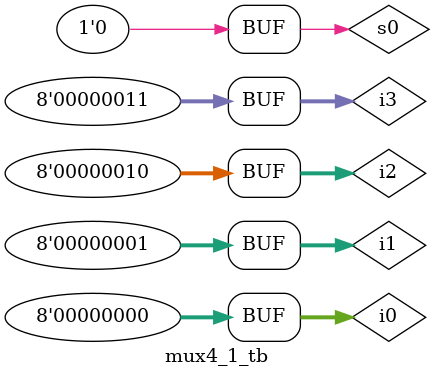
<source format=v>
module mux4_1_tb();
reg[7:0] i0,i1,i2,i3;
reg s0,s1;
wire[7:0] y_out;
mux4_1 uut(.i0(i0),.i1(i1),.i2(i2),.i3(i3),.s0(s0),.s1(s1),.y_out(y_out));
initial begin
$dumpfile("mux4_1_tb.vcd");
$dumpvars();
$monitor ("%0t\ti0= %d\ti1= %d\ti2= %d\ti3= %d\ts0= %b\ts1=%b\ty_out=%d",$time,i0,i1,i2,i3,s0,s1,y_out);
i0=4'd0;
i1=4'd1;
i2=4'd2;
i3=4'd3;
 repeat (6) begin
{s0,s1}=$random;
end
end
endmodule

</source>
